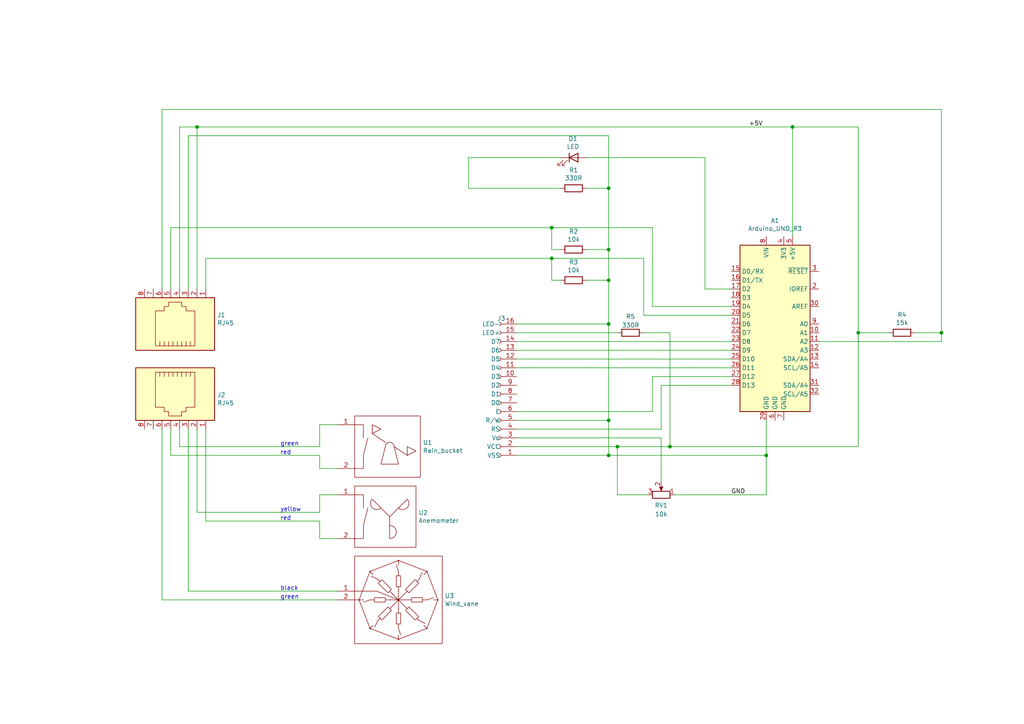
<source format=kicad_sch>
(kicad_sch (version 20211123) (generator eeschema)
  (paper "A4")
  (lib_symbols
    (symbol "Connector:RJ45" (pin_names (offset 1.016))
      (property "Reference" "J" (at -5.08 13.97 0))
      (property "Value" "RJ45" (at 2.54 13.97 0))
      (symbol "RJ45_0_1"
        (polyline (pts (xy -5.08 4.445) (xy -6.35 4.445)))
        (polyline (pts (xy -5.08 5.715) (xy -6.35 5.715)))
        (polyline (pts (xy -6.35 -3.175) (xy -5.08 -3.175) (xy -5.08 -3.175)))
        (polyline (pts (xy -6.35 -1.905) (xy -5.08 -1.905) (xy -5.08 -1.905)))
        (polyline (pts (xy -6.35 -0.635) (xy -5.08 -0.635) (xy -5.08 -0.635)))
        (polyline (pts (xy -6.35 0.635) (xy -5.08 0.635) (xy -5.08 0.635)))
        (polyline (pts (xy -6.35 1.905) (xy -5.08 1.905) (xy -5.08 1.905)))
        (polyline (pts (xy -5.08 3.175) (xy -6.35 3.175) (xy -6.35 3.175)))
        (polyline (pts (xy -6.35 -4.445) (xy -6.35 6.985) (xy 3.81 6.985) (xy 3.81 4.445) (xy 5.08 4.445) (xy 5.08 3.175) (xy 6.35 3.175) (xy 6.35 -0.635) (xy 5.08 -0.635) (xy 5.08 -1.905) (xy 3.81 -1.905) (xy 3.81 -4.445) (xy -6.35 -4.445) (xy -6.35 -4.445)))
        (rectangle (start 7.62 12.7) (end -7.62 -10.16) (stroke (width 0.254)) (fill (type background)))
      )
      (symbol "RJ45_1_1"
        (pin passive line (at 10.16 -7.62 180) (length 2.54) (name "~") (number "1"))
        (pin passive line (at 10.16 -5.08 180) (length 2.54) (name "~") (number "2"))
        (pin passive line (at 10.16 -2.54 180) (length 2.54) (name "~") (number "3"))
        (pin passive line (at 10.16 0 180) (length 2.54) (name "~") (number "4"))
        (pin passive line (at 10.16 2.54 180) (length 2.54) (name "~") (number "5"))
        (pin passive line (at 10.16 5.08 180) (length 2.54) (name "~") (number "6"))
        (pin passive line (at 10.16 7.62 180) (length 2.54) (name "~") (number "7"))
        (pin passive line (at 10.16 10.16 180) (length 2.54) (name "~") (number "8"))
      )
    )
    (symbol "Device:LED" (pin_numbers hide) (pin_names (offset 1.016) hide)
      (property "Reference" "D" (at 0 2.54 0))
      (property "Value" "LED" (at 0 -2.54 0))
      (symbol "LED_0_1"
        (polyline (pts (xy -1.27 -1.27) (xy -1.27 1.27)) (stroke (width 0.254)))
        (polyline (pts (xy -1.27 0) (xy 1.27 0)))
        (polyline (pts (xy 1.27 -1.27) (xy 1.27 1.27) (xy -1.27 0) (xy 1.27 -1.27)) (stroke (width 0.254)))
        (polyline (pts (xy -3.048 -0.762) (xy -4.572 -2.286) (xy -3.81 -2.286) (xy -4.572 -2.286) (xy -4.572 -1.524)))
        (polyline (pts (xy -1.778 -0.762) (xy -3.302 -2.286) (xy -2.54 -2.286) (xy -3.302 -2.286) (xy -3.302 -1.524)))
      )
      (symbol "LED_1_1"
        (pin passive line (at -3.81 0 0) (length 2.54) (name "K") (number "1"))
        (pin passive line (at 3.81 0 180) (length 2.54) (name "A") (number "2"))
      )
    )
    (symbol "Device:R" (pin_numbers hide) (pin_names (offset 0))
      (property "Reference" "R" (at 2.032 0 90))
      (property "Value" "R" (at 0 0 90))
      (symbol "R_0_1"
        (rectangle (start -1.016 -2.54) (end 1.016 2.54) (stroke (width 0.254)))
      )
      (symbol "R_1_1"
        (pin passive line (at 0 3.81 270) (length 1.27) (name "~") (number "1"))
        (pin passive line (at 0 -3.81 90) (length 1.27) (name "~") (number "2"))
      )
    )
    (symbol "Device:R_Potentiometer" (pin_names (offset 1.016) hide)
      (property "Reference" "RV" (at -4.445 0 90))
      (property "Value" "R_Potentiometer" (at -2.54 0 90))
      (symbol "R_Potentiometer_0_1"
        (polyline (pts (xy 2.54 0) (xy 1.524 0)))
        (polyline (pts (xy 1.143 0) (xy 2.286 0.508) (xy 2.286 -0.508) (xy 1.143 0)) (fill (type outline)))
        (rectangle (start 1.016 2.54) (end -1.016 -2.54) (stroke (width 0.254)))
      )
      (symbol "R_Potentiometer_1_1"
        (pin passive line (at 0 3.81 270) (length 1.27) (name "1") (number "1"))
        (pin passive line (at 3.81 0 180) (length 1.27) (name "2") (number "2"))
        (pin passive line (at 0 -3.81 90) (length 1.27) (name "3") (number "3"))
      )
    )
    (symbol "MCU_Module:Arduino_UNO_R3"
      (property "Reference" "A" (at -10.16 23.495 0))
      (property "Value" "Arduino_UNO_R3" (at 5.08 -26.67 0))
      (symbol "Arduino_UNO_R3_0_1"
        (rectangle (start -10.16 22.86) (end 10.16 -25.4) (stroke (width 0.254)) (fill (type background)))
      )
      (symbol "Arduino_UNO_R3_1_1"
        (pin no_connect line (at -10.16 -20.32 0) (length 2.54) hide (name "NC") (number "1"))
        (pin bidirectional line (at 12.7 -2.54 180) (length 2.54) (name "A1") (number "10"))
        (pin bidirectional line (at 12.7 -5.08 180) (length 2.54) (name "A2") (number "11"))
        (pin bidirectional line (at 12.7 -7.62 180) (length 2.54) (name "A3") (number "12"))
        (pin bidirectional line (at 12.7 -10.16 180) (length 2.54) (name "SDA/A4") (number "13"))
        (pin bidirectional line (at 12.7 -12.7 180) (length 2.54) (name "SCL/A5") (number "14"))
        (pin bidirectional line (at -12.7 15.24 0) (length 2.54) (name "D0/RX") (number "15"))
        (pin bidirectional line (at -12.7 12.7 0) (length 2.54) (name "D1/TX") (number "16"))
        (pin bidirectional line (at -12.7 10.16 0) (length 2.54) (name "D2") (number "17"))
        (pin bidirectional line (at -12.7 7.62 0) (length 2.54) (name "D3") (number "18"))
        (pin bidirectional line (at -12.7 5.08 0) (length 2.54) (name "D4") (number "19"))
        (pin output line (at 12.7 10.16 180) (length 2.54) (name "IOREF") (number "2"))
        (pin bidirectional line (at -12.7 2.54 0) (length 2.54) (name "D5") (number "20"))
        (pin bidirectional line (at -12.7 0 0) (length 2.54) (name "D6") (number "21"))
        (pin bidirectional line (at -12.7 -2.54 0) (length 2.54) (name "D7") (number "22"))
        (pin bidirectional line (at -12.7 -5.08 0) (length 2.54) (name "D8") (number "23"))
        (pin bidirectional line (at -12.7 -7.62 0) (length 2.54) (name "D9") (number "24"))
        (pin bidirectional line (at -12.7 -10.16 0) (length 2.54) (name "D10") (number "25"))
        (pin bidirectional line (at -12.7 -12.7 0) (length 2.54) (name "D11") (number "26"))
        (pin bidirectional line (at -12.7 -15.24 0) (length 2.54) (name "D12") (number "27"))
        (pin bidirectional line (at -12.7 -17.78 0) (length 2.54) (name "D13") (number "28"))
        (pin power_in line (at -2.54 -27.94 90) (length 2.54) (name "GND") (number "29"))
        (pin input line (at 12.7 15.24 180) (length 2.54) (name "~{RESET}") (number "3"))
        (pin input line (at 12.7 5.08 180) (length 2.54) (name "AREF") (number "30"))
        (pin bidirectional line (at 12.7 -17.78 180) (length 2.54) (name "SDA/A4") (number "31"))
        (pin bidirectional line (at 12.7 -20.32 180) (length 2.54) (name "SCL/A5") (number "32"))
        (pin power_out line (at 2.54 25.4 270) (length 2.54) (name "3V3") (number "4"))
        (pin power_out line (at 5.08 25.4 270) (length 2.54) (name "+5V") (number "5"))
        (pin power_in line (at 0 -27.94 90) (length 2.54) (name "GND") (number "6"))
        (pin power_in line (at 2.54 -27.94 90) (length 2.54) (name "GND") (number "7"))
        (pin power_in line (at -2.54 25.4 270) (length 2.54) (name "VIN") (number "8"))
        (pin bidirectional line (at 12.7 0 180) (length 2.54) (name "A0") (number "9"))
      )
    )
    (symbol "My_Headers:16-pin_LCD_header" (pin_names (offset 1.016))
      (property "Reference" "J" (at 0 20.32 0))
      (symbol "16-pin_LCD_header_1_1"
        (arc (start 0 -19.812) (mid -0.508 -20.32) (end 0 -20.828) (stroke (width 0.1524)))
        (arc (start 0 -17.272) (mid -0.508 -17.78) (end 0 -18.288) (stroke (width 0.1524)))
        (arc (start 0 -14.732) (mid -0.508 -15.24) (end 0 -15.748) (stroke (width 0.1524)))
        (arc (start 0 -12.192) (mid -0.508 -12.7) (end 0 -13.208) (stroke (width 0.1524)))
        (arc (start 0 -9.652) (mid -0.508 -10.16) (end 0 -10.668) (stroke (width 0.1524)))
        (arc (start 0 -7.112) (mid -0.508 -7.62) (end 0 -8.128) (stroke (width 0.1524)))
        (arc (start 0 -4.572) (mid -0.508 -5.08) (end 0 -5.588) (stroke (width 0.1524)))
        (arc (start 0 -2.032) (mid -0.508 -2.54) (end 0 -3.048) (stroke (width 0.1524)))
        (polyline (pts (xy -1.27 -20.32) (xy -0.508 -20.32)) (stroke (width 0.1524)))
        (polyline (pts (xy -1.27 -17.78) (xy -0.508 -17.78)) (stroke (width 0.1524)))
        (polyline (pts (xy -1.27 -15.24) (xy -0.508 -15.24)) (stroke (width 0.1524)))
        (polyline (pts (xy -1.27 -12.7) (xy -0.508 -12.7)) (stroke (width 0.1524)))
        (polyline (pts (xy -1.27 -10.16) (xy -0.508 -10.16)) (stroke (width 0.1524)))
        (polyline (pts (xy -1.27 -7.62) (xy -0.508 -7.62)) (stroke (width 0.1524)))
        (polyline (pts (xy -1.27 -5.08) (xy -0.508 -5.08)) (stroke (width 0.1524)))
        (polyline (pts (xy -1.27 -2.54) (xy -0.508 -2.54)) (stroke (width 0.1524)))
        (polyline (pts (xy -1.27 0) (xy -0.508 0)) (stroke (width 0.1524)))
        (polyline (pts (xy -1.27 2.54) (xy -0.508 2.54)) (stroke (width 0.1524)))
        (polyline (pts (xy -1.27 5.08) (xy -0.508 5.08)) (stroke (width 0.1524)))
        (polyline (pts (xy -1.27 7.62) (xy -0.508 7.62)) (stroke (width 0.1524)))
        (polyline (pts (xy -1.27 10.16) (xy -0.508 10.16)) (stroke (width 0.1524)))
        (polyline (pts (xy -1.27 12.7) (xy -0.508 12.7)) (stroke (width 0.1524)))
        (polyline (pts (xy -1.27 15.24) (xy -0.508 15.24)) (stroke (width 0.1524)))
        (polyline (pts (xy -1.27 17.78) (xy -0.508 17.78)) (stroke (width 0.1524)))
        (arc (start 0 0.508) (mid -0.508 0) (end 0 -0.508) (stroke (width 0.1524)))
        (arc (start 0 3.048) (mid -0.508 2.54) (end 0 2.032) (stroke (width 0.1524)))
        (arc (start 0 5.588) (mid -0.508 5.08) (end 0 4.572) (stroke (width 0.1524)))
        (arc (start 0 8.128) (mid -0.508 7.62) (end 0 7.112) (stroke (width 0.1524)))
        (arc (start 0 10.668) (mid -0.508 10.16) (end 0 9.652) (stroke (width 0.1524)))
        (arc (start 0 13.208) (mid -0.508 12.7) (end 0 12.192) (stroke (width 0.1524)))
        (arc (start 0 15.748) (mid -0.508 15.24) (end 0 14.732) (stroke (width 0.1524)))
        (arc (start 0 18.288) (mid -0.508 17.78) (end 0 17.272) (stroke (width 0.1524)))
        (pin output line (at -5.08 17.78 0) (length 3.81) (name "VSS") (number "1"))
        (pin output line (at -5.08 -5.08 0) (length 3.81) (name "D3") (number "10"))
        (pin output line (at -5.08 -7.62 0) (length 3.81) (name "D4") (number "11"))
        (pin output line (at -5.08 -10.16 0) (length 3.81) (name "D5") (number "12"))
        (pin output line (at -5.08 -12.7 0) (length 3.81) (name "D6") (number "13"))
        (pin output line (at -5.08 -15.24 0) (length 3.81) (name "D7") (number "14"))
        (pin output line (at -5.08 -17.78 0) (length 3.81) (name "LED+") (number "15"))
        (pin output line (at -5.08 -20.32 0) (length 3.81) (name "LED-") (number "16"))
        (pin output line (at -5.08 15.24 0) (length 3.81) (name "VCC") (number "2"))
        (pin output line (at -5.08 12.7 0) (length 3.81) (name "Vo") (number "3"))
        (pin output line (at -5.08 10.16 0) (length 3.81) (name "RS") (number "4"))
        (pin output line (at -5.08 7.62 0) (length 3.81) (name "R/W") (number "5"))
        (pin output line (at -5.08 5.08 0) (length 3.81) (name "E") (number "6"))
        (pin output line (at -5.08 2.54 0) (length 3.81) (name "D0") (number "7"))
        (pin output line (at -5.08 0 0) (length 3.81) (name "D1") (number "8"))
        (pin output line (at -5.08 -2.54 0) (length 3.81) (name "D2") (number "9"))
      )
    )
    (symbol "My_Parts:Anemometer" (pin_names (offset 1.016) hide)
      (property "Reference" "U" (at -6.35 10.16 0))
      (property "Value" "Anemometer" (at 1.27 -11.43 0))
      (symbol "Anemometer_0_1"
        (arc (start -5.08 5.08) (mid -5.0549 2.5651) (end -2.54 2.54))
        (arc (start 0 -2.54) (mid -1.905 -4.445) (end 0 -6.35))
        (polyline (pts (xy 0 -5.08) (xy 0 -6.35)))
        (polyline (pts (xy 0 0) (xy -5.08 5.08)))
        (polyline (pts (xy 0 0) (xy 0 -5.08)))
        (polyline (pts (xy 0 0) (xy 5.08 5.08)))
        (polyline (pts (xy 7.62 2.54) (xy 7.62 3.81)))
        (polyline (pts (xy 7.62 -3.81) (xy 7.62 -2.54) (xy 6.35 2.54)))
        (polyline (pts (xy 10.16 -6.35) (xy 7.62 -6.35) (xy 7.62 -3.81)))
        (polyline (pts (xy 10.16 6.35) (xy 7.62 6.35) (xy 7.62 3.81)))
        (arc (start 2.54 2.54) (mid 4.9711 2.5185) (end 5.08 5.08))
        (rectangle (start 10.16 8.89) (end -7.62 -8.89))
      )
      (symbol "Anemometer_1_1"
        (pin input line (at 15.24 6.35 180) (length 5.08) (name "Input") (number "1"))
        (pin output line (at 15.24 -6.35 180) (length 5.08) (name "Output") (number "2"))
      )
    )
    (symbol "My_Parts:Rain_bucket" (pin_names (offset 1.016) hide)
      (property "Reference" "U" (at -8.89 10.16 0))
      (property "Value" "Rain_bucket" (at 0 -10.16 0))
      (symbol "Rain_bucket_0_1"
        (arc (start 0 0) (mid -1.27 1.27) (end -2.54 0))
        (polyline (pts (xy -2.54 0) (xy -6.35 -2.54)))
        (polyline (pts (xy 0 1.27) (xy 3.81 3.81)))
        (polyline (pts (xy 6.35 2.54) (xy 6.35 3.81)))
        (polyline (pts (xy 6.35 -3.81) (xy 6.35 -2.54) (xy 5.08 2.54)))
        (polyline (pts (xy 8.89 -6.35) (xy 6.35 -6.35) (xy 6.35 -3.81)))
        (polyline (pts (xy 8.89 6.35) (xy 6.35 6.35) (xy 6.35 3.81)))
        (polyline (pts (xy -6.35 -2.54) (xy -8.89 -1.27) (xy -6.35 0) (xy -6.35 -2.54)))
        (polyline (pts (xy -2.54 0) (xy -3.81 -5.08) (xy 1.27 -5.08) (xy 0 0)))
        (polyline (pts (xy 3.81 3.81) (xy 1.27 5.08) (xy 3.81 6.35) (xy 3.81 3.81)))
        (rectangle (start 8.89 8.89) (end -10.16 -8.89))
      )
      (symbol "Rain_bucket_1_1"
        (pin input line (at 13.97 6.35 180) (length 5.08) (name "Input") (number "1"))
        (pin output line (at 13.97 -6.35 180) (length 5.08) (name "Output") (number "2"))
      )
    )
    (symbol "My_Parts:Wind_vane" (pin_names (offset 1.016) hide)
      (property "Reference" "U" (at -11.43 13.97 0))
      (property "Value" "Wind_vane" (at 1.27 -13.97 0))
      (symbol "Wind_vane_0_1"
        (rectangle (start -12.7 12.7) (end 12.7 -12.7))
        (circle (center -11.43 0) (radius 0.127))
        (circle (center -8.255 -8.255) (radius 0.127))
        (circle (center -8.255 8.255) (radius 0.127))
        (circle (center 0 -11.43) (radius 0.127))
        (polyline (pts (xy -11.43 0) (xy -8.255 8.255)))
        (polyline (pts (xy -10.16 0) (xy -11.43 0)))
        (polyline (pts (xy -8.255 -8.255) (xy -11.43 0)))
        (polyline (pts (xy -8.255 -8.255) (xy -7.366 -7.366)))
        (polyline (pts (xy -8.255 0) (xy -10.16 0.635)))
        (polyline (pts (xy -8.255 8.255) (xy -7.366 7.366)))
        (polyline (pts (xy -8.255 8.255) (xy 0 11.43)))
        (polyline (pts (xy -6.985 0) (xy -8.255 0)))
        (polyline (pts (xy -5.969 -5.969) (xy -7.747 -6.858)))
        (polyline (pts (xy -5.969 -5.969) (xy -5.334 -5.334)))
        (polyline (pts (xy -5.969 5.969) (xy -6.858 7.874)))
        (polyline (pts (xy -5.969 5.969) (xy -5.334 5.334)))
        (polyline (pts (xy -2.54 0) (xy -3.81 0)))
        (polyline (pts (xy 0 -11.43) (xy -8.255 -8.255)))
        (polyline (pts (xy 0 -10.16) (xy 0 -11.43)))
        (polyline (pts (xy 0 -8.255) (xy -0.635 -10.16)))
        (polyline (pts (xy 0 -6.985) (xy 0 -8.255)))
        (polyline (pts (xy 0 -2.54) (xy 0 -3.81)))
        (polyline (pts (xy 0 0) (xy -2.54 -2.54)))
        (polyline (pts (xy 0 0) (xy -2.54 0)))
        (polyline (pts (xy 0 0) (xy -2.54 2.54)))
        (polyline (pts (xy 0 0) (xy 0 -2.54)))
        (polyline (pts (xy 0 0) (xy 0 2.54)))
        (polyline (pts (xy 0 0) (xy 2.54 -2.54)))
        (polyline (pts (xy 0 0) (xy 2.54 0)))
        (polyline (pts (xy 0 0) (xy 2.54 2.54)))
        (polyline (pts (xy 0 2.54) (xy 0 3.81)))
        (polyline (pts (xy 0 6.985) (xy 0 8.255)))
        (polyline (pts (xy 0 8.255) (xy 0.635 10.16)))
        (polyline (pts (xy 0 10.16) (xy 0 11.43)))
        (polyline (pts (xy 0 11.43) (xy 8.255 8.255)))
        (polyline (pts (xy 2.54 0) (xy 3.81 0)))
        (polyline (pts (xy 5.969 -5.969) (xy 5.334 -5.334)))
        (polyline (pts (xy 5.969 -5.969) (xy 6.858 -7.874)))
        (polyline (pts (xy 5.969 5.969) (xy 5.334 5.334)))
        (polyline (pts (xy 5.969 5.969) (xy 7.874 6.858)))
        (polyline (pts (xy 6.985 0) (xy 8.255 0)))
        (polyline (pts (xy 8.255 -8.255) (xy 0 -11.43)))
        (polyline (pts (xy 8.255 -8.255) (xy 7.366 -7.366)))
        (polyline (pts (xy 8.255 0) (xy 10.16 -0.635)))
        (polyline (pts (xy 8.255 8.255) (xy 7.366 7.366)))
        (polyline (pts (xy 8.255 8.255) (xy 11.43 0)))
        (polyline (pts (xy 10.16 0) (xy 11.43 0)))
        (polyline (pts (xy 11.43 0) (xy 8.255 -8.255)))
        (polyline (pts (xy 11.43 0) (xy 12.7 0)))
        (polyline (pts (xy 0 0) (xy 6.35 2.54) (xy 12.7 2.54)))
        (polyline (pts (xy -3.81 0.635) (xy -3.81 -0.635) (xy -6.985 -0.635) (xy -6.985 0.635) (xy -3.81 0.635)))
        (polyline (pts (xy -0.635 -3.81) (xy 0.635 -3.81) (xy 0.635 -6.985) (xy -0.635 -6.985) (xy -0.635 -3.81)))
        (polyline (pts (xy -0.635 3.81) (xy 0.635 3.81) (xy 0.635 6.985) (xy -0.635 6.985) (xy -0.635 3.81)))
        (polyline (pts (xy 3.81 0.635) (xy 3.81 -0.635) (xy 6.985 -0.635) (xy 6.985 0.635) (xy 3.81 0.635)))
        (polyline (pts (xy -2.54 -2.54) (xy -3.048 -2.032) (xy -5.842 -4.826) (xy -4.826 -5.842) (xy -2.032 -3.048) (xy -2.54 -2.54)))
        (polyline (pts (xy -2.54 2.54) (xy -2.032 3.048) (xy -4.826 5.842) (xy -5.842 4.826) (xy -3.048 2.032) (xy -2.54 2.54)))
        (polyline (pts (xy 5.334 -5.334) (xy 5.842 -4.826) (xy 3.048 -2.032) (xy 2.032 -3.048) (xy 4.826 -5.842) (xy 5.334 -5.334)))
        (polyline (pts (xy 5.334 5.334) (xy 4.826 5.842) (xy 2.032 3.048) (xy 3.048 2.032) (xy 5.842 4.826) (xy 5.334 5.334)))
        (circle (center 0 0) (radius 0.254))
        (circle (center 0 11.43) (radius 0.127))
        (circle (center 8.255 -8.255) (radius 0.1778))
        (circle (center 8.255 8.255) (radius 0.127))
        (circle (center 11.43 0) (radius 0.127))
      )
      (symbol "Wind_vane_1_1"
        (pin passive line (at 17.78 2.54 180) (length 5.08) (name "GND") (number "1"))
        (pin output line (at 17.78 0 180) (length 5.08) (name "Signal") (number "2"))
      )
    )
  )
  (junction (at 176.53 93.98))
  (junction (at 176.53 54.61))
  (junction (at 194.31 129.54))
  (junction (at 222.25 132.08))
  (junction (at 273.05 96.52))
  (junction (at 179.07 129.54))
  (junction (at 176.53 132.08))
  (junction (at 248.92 96.52))
  (junction (at 160.02 66.04))
  (junction (at 176.53 121.92))
  (junction (at 57.15 36.83))
  (junction (at 160.02 74.93))
  (junction (at 229.87 36.83))
  (junction (at 176.53 72.39))
  (junction (at 176.53 81.28))
  (wire (pts (xy 149.86 101.6) (xy 212.09 101.6)))
  (wire (pts (xy 222.25 121.92) (xy 222.25 132.08)))
  (wire (pts (xy 160.02 66.04) (xy 49.53 66.04)))
  (wire (pts (xy 273.05 31.75) (xy 46.99 31.75)))
  (wire (pts (xy 191.77 111.76) (xy 191.77 124.46)))
  (wire (pts (xy 92.71 143.51) (xy 97.79 143.51)))
  (wire (pts (xy 189.23 109.22) (xy 189.23 119.38)))
  (wire (pts (xy 59.69 74.93) (xy 160.02 74.93)))
  (wire (pts (xy 204.47 45.72) (xy 204.47 83.82)))
  (wire (pts (xy 149.86 93.98) (xy 176.53 93.98)))
  (wire (pts (xy 59.69 124.46) (xy 59.69 151.13)))
  (wire (pts (xy 222.25 143.51) (xy 222.25 132.08)))
  (wire (pts (xy 189.23 88.9) (xy 212.09 88.9)))
  (wire (pts (xy 149.86 127) (xy 191.77 127)))
  (wire (pts (xy 257.81 96.52) (xy 248.92 96.52)))
  (wire (pts (xy 176.53 132.08) (xy 222.25 132.08)))
  (wire (pts (xy 160.02 72.39) (xy 160.02 66.04)))
  (wire (pts (xy 49.53 66.04) (xy 49.53 83.82)))
  (wire (pts (xy 135.89 45.72) (xy 135.89 54.61)))
  (wire (pts (xy 189.23 88.9) (xy 189.23 66.04)))
  (wire (pts (xy 170.18 54.61) (xy 176.53 54.61)))
  (wire (pts (xy 149.86 96.52) (xy 179.07 96.52)))
  (wire (pts (xy 92.71 156.21) (xy 97.79 156.21)))
  (wire (pts (xy 149.86 99.06) (xy 212.09 99.06)))
  (wire (pts (xy 92.71 129.54) (xy 92.71 123.19)))
  (wire (pts (xy 149.86 124.46) (xy 191.77 124.46)))
  (wire (pts (xy 212.09 109.22) (xy 189.23 109.22)))
  (wire (pts (xy 46.99 173.99) (xy 97.79 173.99)))
  (wire (pts (xy 92.71 123.19) (xy 97.79 123.19)))
  (wire (pts (xy 176.53 54.61) (xy 176.53 39.37)))
  (wire (pts (xy 162.56 72.39) (xy 160.02 72.39)))
  (wire (pts (xy 149.86 129.54) (xy 179.07 129.54)))
  (wire (pts (xy 59.69 74.93) (xy 59.69 83.82)))
  (wire (pts (xy 49.53 132.08) (xy 92.71 132.08)))
  (wire (pts (xy 92.71 148.59) (xy 92.71 143.51)))
  (wire (pts (xy 160.02 74.93) (xy 186.69 74.93)))
  (wire (pts (xy 204.47 45.72) (xy 170.18 45.72)))
  (wire (pts (xy 248.92 36.83) (xy 229.87 36.83)))
  (wire (pts (xy 57.15 83.82) (xy 57.15 36.83)))
  (wire (pts (xy 170.18 72.39) (xy 176.53 72.39)))
  (wire (pts (xy 54.61 124.46) (xy 54.61 171.45)))
  (wire (pts (xy 179.07 129.54) (xy 179.07 143.51)))
  (wire (pts (xy 149.86 121.92) (xy 176.53 121.92)))
  (wire (pts (xy 186.69 91.44) (xy 212.09 91.44)))
  (wire (pts (xy 170.18 81.28) (xy 176.53 81.28)))
  (wire (pts (xy 149.86 119.38) (xy 189.23 119.38)))
  (wire (pts (xy 189.23 66.04) (xy 160.02 66.04)))
  (wire (pts (xy 194.31 129.54) (xy 194.31 96.52)))
  (wire (pts (xy 273.05 96.52) (xy 273.05 31.75)))
  (wire (pts (xy 212.09 111.76) (xy 191.77 111.76)))
  (wire (pts (xy 179.07 143.51) (xy 187.96 143.51)))
  (wire (pts (xy 135.89 54.61) (xy 162.56 54.61)))
  (wire (pts (xy 248.92 96.52) (xy 248.92 36.83)))
  (wire (pts (xy 57.15 148.59) (xy 92.71 148.59)))
  (wire (pts (xy 54.61 39.37) (xy 54.61 83.82)))
  (wire (pts (xy 149.86 132.08) (xy 176.53 132.08)))
  (wire (pts (xy 237.49 99.06) (xy 273.05 99.06)))
  (wire (pts (xy 195.58 143.51) (xy 222.25 143.51)))
  (wire (pts (xy 54.61 171.45) (xy 97.79 171.45)))
  (wire (pts (xy 176.53 39.37) (xy 54.61 39.37)))
  (wire (pts (xy 92.71 132.08) (xy 92.71 135.89)))
  (wire (pts (xy 162.56 81.28) (xy 160.02 81.28)))
  (wire (pts (xy 59.69 151.13) (xy 92.71 151.13)))
  (wire (pts (xy 229.87 68.58) (xy 229.87 36.83)))
  (wire (pts (xy 176.53 121.92) (xy 176.53 132.08)))
  (wire (pts (xy 46.99 31.75) (xy 46.99 83.82)))
  (wire (pts (xy 92.71 135.89) (xy 97.79 135.89)))
  (wire (pts (xy 176.53 54.61) (xy 176.53 72.39)))
  (wire (pts (xy 135.89 45.72) (xy 162.56 45.72)))
  (wire (pts (xy 176.53 72.39) (xy 176.53 81.28)))
  (wire (pts (xy 149.86 104.14) (xy 212.09 104.14)))
  (wire (pts (xy 273.05 99.06) (xy 273.05 96.52)))
  (wire (pts (xy 160.02 81.28) (xy 160.02 74.93)))
  (wire (pts (xy 179.07 129.54) (xy 194.31 129.54)))
  (wire (pts (xy 248.92 129.54) (xy 248.92 96.52)))
  (wire (pts (xy 52.07 124.46) (xy 52.07 129.54)))
  (wire (pts (xy 194.31 96.52) (xy 186.69 96.52)))
  (wire (pts (xy 186.69 91.44) (xy 186.69 74.93)))
  (wire (pts (xy 194.31 129.54) (xy 248.92 129.54)))
  (wire (pts (xy 57.15 124.46) (xy 57.15 148.59)))
  (wire (pts (xy 92.71 151.13) (xy 92.71 156.21)))
  (wire (pts (xy 57.15 36.83) (xy 52.07 36.83)))
  (wire (pts (xy 176.53 81.28) (xy 176.53 93.98)))
  (wire (pts (xy 52.07 129.54) (xy 92.71 129.54)))
  (wire (pts (xy 212.09 83.82) (xy 204.47 83.82)))
  (wire (pts (xy 49.53 124.46) (xy 49.53 132.08)))
  (wire (pts (xy 176.53 93.98) (xy 176.53 121.92)))
  (wire (pts (xy 46.99 124.46) (xy 46.99 173.99)))
  (wire (pts (xy 57.15 36.83) (xy 229.87 36.83)))
  (wire (pts (xy 149.86 106.68) (xy 212.09 106.68)))
  (wire (pts (xy 265.43 96.52) (xy 273.05 96.52)))
  (wire (pts (xy 52.07 36.83) (xy 52.07 83.82)))
  (wire (pts (xy 191.77 127) (xy 191.77 139.7)))
  (text "black" (at 81.28 171.45 0) (effects (font (size 1.27 1.27)) (justify left bottom)))
  (text "red" (at 81.28 132.08 0) (effects (font (size 1.27 1.27)) (justify left bottom)))
  (text "green" (at 81.28 173.99 0) (effects (font (size 1.27 1.27)) (justify left bottom)))
  (text "yellow" (at 81.28 148.59 0) (effects (font (size 1.27 1.27)) (justify left bottom)))
  (text "red" (at 81.28 151.13 0) (effects (font (size 1.27 1.27)) (justify left bottom)))
  (text "green" (at 81.28 129.54 0) (effects (font (size 1.27 1.27)) (justify left bottom)))
  (label "GND" (at 212.09 143.51 0))
  (label "+5V" (at 217.17 36.83 0))
  (symbol (lib_id "MCU_Module:Arduino_UNO_R3") (at 224.79 93.98 0) (unit 1)
    (property "Reference" "A1" (at 224.79 63.9826 0))
    (property "Value" "Arduino_UNO_R3" (at 224.79 66.294 0))
    (property "Footprint" "My_Arduino:Arduino_UNO_R3_shield_large" (effects hide))
    (property "Datasheet" "https://www.arduino.cc/en/Main/arduinoBoardUno" (effects hide))
  )
  (symbol (lib_id "Device:R") (at 166.37 81.28 270) (unit 1)
    (property "Reference" "R3" (at 166.37 76.0222 90))
    (property "Value" "10k" (at 166.37 78.3336 90))
    (property "Footprint" "My_Misc:R_Axial_DIN0207_L6.3mm_D2.5mm_P10.16mm_Horizontal_larger_pads" (effects hide))
  )
  (symbol (lib_id "Device:R") (at 166.37 72.39 270) (unit 1)
    (property "Reference" "R2" (at 166.37 67.1322 90))
    (property "Value" "10k" (at 166.37 69.4436 90))
    (property "Footprint" "My_Misc:R_Axial_DIN0207_L6.3mm_D2.5mm_P10.16mm_Horizontal_larger_pads" (effects hide))
  )
  (symbol (lib_id "Connector:RJ45") (at 52.07 93.98 90) (unit 1)
    (property "Reference" "J1" (at 62.992 91.3638 90) (effects (justify right)))
    (property "Value" "RJ45" (at 62.992 93.6752 90) (effects (justify right)))
    (property "Footprint" "My_Misc:RJ45_Amphenol_54602-x08_Horizontal_large" (effects hide))
  )
  (symbol (lib_id "Device:LED") (at 166.37 45.72 0) (unit 1)
    (property "Reference" "D1" (at 166.1922 40.2336 0))
    (property "Value" "LED" (at 166.1922 42.545 0))
    (property "Footprint" "My_Misc:LED_D5.0mm_large" (effects hide))
  )
  (symbol (lib_id "Device:R") (at 166.37 54.61 270) (unit 1)
    (property "Reference" "R1" (at 166.37 49.3522 90))
    (property "Value" "330R" (at 166.37 51.6636 90))
    (property "Footprint" "My_Misc:R_Axial_DIN0207_L6.3mm_D2.5mm_P10.16mm_Horizontal_larger_pads" (effects hide))
  )
  (symbol (lib_id "Device:R") (at 261.62 96.52 270) (unit 1)
    (property "Reference" "R4" (at 261.62 91.2622 90))
    (property "Value" "15k" (at 261.62 93.5736 90))
    (property "Footprint" "My_Misc:R_Axial_DIN0207_L6.3mm_D2.5mm_P10.16mm_Horizontal_larger_pads" (effects hide))
  )
  (symbol (lib_id "Connector:RJ45") (at 52.07 114.3 90) (mirror x) (unit 1)
    (property "Reference" "J2" (at 62.992 114.5794 90) (effects (justify right)))
    (property "Value" "RJ45" (at 62.992 116.8908 90) (effects (justify right)))
  )
  (symbol (lib_id "My_Parts:Wind_vane") (at 115.57 173.99 0) (mirror y) (unit 1)
    (property "Reference" "U3" (at 128.9812 172.8216 0) (effects (justify right)))
    (property "Value" "Wind_vane" (at 128.9812 175.133 0) (effects (justify right)))
  )
  (symbol (lib_id "My_Parts:Anemometer") (at 113.03 149.86 0) (mirror y) (unit 1)
    (property "Reference" "U2" (at 121.3612 148.6916 0) (effects (justify right)))
    (property "Value" "Anemometer" (at 121.3612 151.003 0) (effects (justify right)))
  )
  (symbol (lib_id "My_Parts:Rain_bucket") (at 111.76 129.54 0) (mirror y) (unit 1)
    (property "Reference" "U1" (at 122.6312 128.3716 0) (effects (justify right)))
    (property "Value" "Rain_bucket" (at 122.6312 130.683 0) (effects (justify right)))
  )
  (symbol (lib_id "Device:R") (at 182.88 96.52 90) (unit 1)
    (property "Reference" "R5" (at 182.88 91.8042 90))
    (property "Value" "330R" (at 182.88 94.3411 90))
    (property "Footprint" "My_Misc:R_Axial_DIN0207_L6.3mm_D2.5mm_P10.16mm_Horizontal_larger_pads" (effects hide))
  )
  (symbol (lib_id "My_Headers:16-pin_LCD_header") (at 144.78 114.3 180) (unit 1)
    (property "Reference" "J3" (at 145.415 92.36 0))
    (property "Value" "16-pin_LCD_header" (effects hide))
    (property "Footprint" "My_Parts:LCD_HD44780_16x2_w_headers_large" (effects hide))
  )
  (symbol (lib_id "Device:R_Potentiometer") (at 191.77 143.51 270) (mirror x) (unit 1)
    (property "Reference" "RV1" (at 191.77 146.5564 90))
    (property "Value" "10k" (at 191.77 149.0933 90))
    (property "Footprint" "My_Misc:Potentiometer_Bourns_3339P_Vertical_large" (effects hide))
  )
)
</source>
